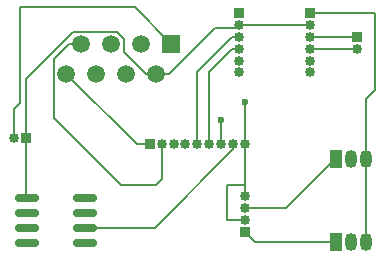
<source format=gbr>
%TF.GenerationSoftware,KiCad,Pcbnew,8.0.7*%
%TF.CreationDate,2025-01-04T17:01:37+01:00*%
%TF.ProjectId,btrail-powerboard,62747261-696c-42d7-906f-776572626f61,rev?*%
%TF.SameCoordinates,Original*%
%TF.FileFunction,Copper,L1,Top*%
%TF.FilePolarity,Positive*%
%FSLAX46Y46*%
G04 Gerber Fmt 4.6, Leading zero omitted, Abs format (unit mm)*
G04 Created by KiCad (PCBNEW 8.0.7) date 2025-01-04 17:01:37*
%MOMM*%
%LPD*%
G01*
G04 APERTURE LIST*
G04 Aperture macros list*
%AMRoundRect*
0 Rectangle with rounded corners*
0 $1 Rounding radius*
0 $2 $3 $4 $5 $6 $7 $8 $9 X,Y pos of 4 corners*
0 Add a 4 corners polygon primitive as box body*
4,1,4,$2,$3,$4,$5,$6,$7,$8,$9,$2,$3,0*
0 Add four circle primitives for the rounded corners*
1,1,$1+$1,$2,$3*
1,1,$1+$1,$4,$5*
1,1,$1+$1,$6,$7*
1,1,$1+$1,$8,$9*
0 Add four rect primitives between the rounded corners*
20,1,$1+$1,$2,$3,$4,$5,0*
20,1,$1+$1,$4,$5,$6,$7,0*
20,1,$1+$1,$6,$7,$8,$9,0*
20,1,$1+$1,$8,$9,$2,$3,0*%
G04 Aperture macros list end*
%TA.AperFunction,SMDPad,CuDef*%
%ADD10RoundRect,0.150000X0.825000X0.150000X-0.825000X0.150000X-0.825000X-0.150000X0.825000X-0.150000X0*%
%TD*%
%TA.AperFunction,ComponentPad*%
%ADD11R,1.050000X1.500000*%
%TD*%
%TA.AperFunction,ComponentPad*%
%ADD12O,1.050000X1.500000*%
%TD*%
%TA.AperFunction,ComponentPad*%
%ADD13O,0.850000X0.850000*%
%TD*%
%TA.AperFunction,ComponentPad*%
%ADD14R,0.850000X0.850000*%
%TD*%
%TA.AperFunction,ComponentPad*%
%ADD15R,1.500000X1.500000*%
%TD*%
%TA.AperFunction,ComponentPad*%
%ADD16C,1.500000*%
%TD*%
%TA.AperFunction,ViaPad*%
%ADD17C,0.600000*%
%TD*%
%TA.AperFunction,Conductor*%
%ADD18C,0.200000*%
%TD*%
G04 APERTURE END LIST*
D10*
%TO.P,U2,8,GND*%
%TO.N,Net-(DRV_left1-Pin_2)*%
X194025000Y-47405000D03*
%TO.P,U2,7,GND*%
X194025000Y-46135000D03*
%TO.P,U2,6,GND*%
X194025000Y-44865000D03*
%TO.P,U2,5,GND*%
X194025000Y-43595000D03*
%TO.P,U2,4,~{EN}*%
%TO.N,unconnected-(U2-~{EN}-Pad4)*%
X198975000Y-43595000D03*
%TO.P,U2,3,FB*%
%TO.N,unconnected-(U2-FB-Pad3)*%
X198975000Y-44865000D03*
%TO.P,U2,2,OUT*%
%TO.N,Net-(ESP32_jack1-Pin_8)*%
X198975000Y-46135000D03*
%TO.P,U2,1,VIN*%
%TO.N,unconnected-(U2-VIN-Pad1)*%
X198975000Y-47405000D03*
%TD*%
D11*
%TO.P,Q2,1,C*%
%TO.N,Net-(LED1_LED2-Pin_1)*%
X220230000Y-47360000D03*
D12*
%TO.P,Q2,2,B*%
%TO.N,Net-(ESP32_jack1-Pin_3)*%
X221500000Y-47360000D03*
%TO.P,Q2,3,E*%
%TO.N,Net-(DRV_right1-Pin_1)*%
X222770000Y-47360000D03*
%TD*%
D11*
%TO.P,Q1,1,C*%
%TO.N,Net-(LED1_LED2-Pin_3)*%
X220230000Y-40360000D03*
D12*
%TO.P,Q1,2,B*%
%TO.N,Net-(ESP32_jack1-Pin_4)*%
X221500000Y-40360000D03*
%TO.P,Q1,3,E*%
%TO.N,Net-(DRV_right1-Pin_1)*%
X222770000Y-40360000D03*
%TD*%
D13*
%TO.P,PWR,2,Pin_2*%
%TO.N,Net-(DRV_right1-Pin_1)*%
X192975000Y-38595000D03*
D14*
%TO.P,PWR,1,Pin_1*%
%TO.N,Net-(DRV_left1-Pin_2)*%
X193975000Y-38595000D03*
%TD*%
%TO.P,Motor,1,Pin_1*%
%TO.N,Net-(DRV_right1-Pin_3)*%
X222000000Y-30000000D03*
D13*
%TO.P,Motor,2,Pin_2*%
%TO.N,Net-(DRV_right1-Pin_4)*%
X222000000Y-31000000D03*
%TD*%
%TO.P,LEDs,4,Pin_4*%
%TO.N,Net-(DRV_left1-Pin_2)*%
X212500000Y-43500000D03*
%TO.P,LEDs,3,Pin_3*%
%TO.N,Net-(LED1_LED2-Pin_3)*%
X212500000Y-44500000D03*
%TO.P,LEDs,2,Pin_2*%
%TO.N,Net-(DRV_left1-Pin_2)*%
X212500000Y-45500000D03*
D14*
%TO.P,LEDs,1,Pin_1*%
%TO.N,Net-(LED1_LED2-Pin_1)*%
X212500000Y-46500000D03*
%TD*%
D15*
%TO.P,J1,1*%
%TO.N,Net-(DRV_right1-Pin_1)*%
X206282500Y-30600000D03*
D16*
%TO.P,J1,2*%
%TO.N,Net-(DRV_left1-Pin_2)*%
X205012500Y-33140000D03*
%TO.P,J1,3*%
%TO.N,unconnected-(J1-Pad3)*%
X203742500Y-30600000D03*
%TO.P,J1,4*%
%TO.N,unconnected-(J1-Pad4)*%
X202472500Y-33140000D03*
%TO.P,J1,5*%
%TO.N,unconnected-(J1-Pad5)*%
X201202500Y-30600000D03*
%TO.P,J1,6*%
%TO.N,Net-(ESP32_jack1-Pin_7)*%
X199932500Y-33140000D03*
%TO.P,J1,7*%
%TO.N,Net-(ESP32_jack1-Pin_2)*%
X198662500Y-30600000D03*
%TO.P,J1,8*%
%TO.N,Net-(ESP32_jack1-Pin_1)*%
X197392500Y-33140000D03*
%TD*%
D13*
%TO.P,ESP32_jack1,9,Pin_9*%
%TO.N,Net-(DRV_left1-Pin_2)*%
X212475000Y-39095000D03*
%TO.P,ESP32_jack1,8,Pin_8*%
%TO.N,Net-(ESP32_jack1-Pin_8)*%
X211475000Y-39095000D03*
%TO.P,ESP32_jack1,7,Pin_7*%
%TO.N,Net-(ESP32_jack1-Pin_7)*%
X210475000Y-39095000D03*
%TO.P,ESP32_jack1,6,Pin_6*%
%TO.N,Net-(DRV_left1-Pin_4)*%
X209475000Y-39095000D03*
%TO.P,ESP32_jack1,5,Pin_5*%
%TO.N,Net-(DRV_left1-Pin_3)*%
X208475000Y-39095000D03*
%TO.P,ESP32_jack1,4,Pin_4*%
%TO.N,Net-(ESP32_jack1-Pin_4)*%
X207475000Y-39095000D03*
%TO.P,ESP32_jack1,3,Pin_3*%
%TO.N,Net-(ESP32_jack1-Pin_3)*%
X206475000Y-39095000D03*
%TO.P,ESP32_jack1,2,Pin_2*%
%TO.N,Net-(ESP32_jack1-Pin_2)*%
X205475000Y-39095000D03*
D14*
%TO.P,ESP32_jack1,1,Pin_1*%
%TO.N,Net-(ESP32_jack1-Pin_1)*%
X204475000Y-39095000D03*
%TD*%
%TO.P,DRV_r,1,Pin_1*%
%TO.N,Net-(DRV_right1-Pin_1)*%
X218000000Y-28000000D03*
D13*
%TO.P,DRV_r,2,Pin_2*%
%TO.N,Net-(DRV_left1-Pin_2)*%
X218000000Y-29000000D03*
%TO.P,DRV_r,3,Pin_3*%
%TO.N,Net-(DRV_right1-Pin_3)*%
X218000000Y-30000000D03*
%TO.P,DRV_r,4,Pin_4*%
%TO.N,Net-(DRV_right1-Pin_4)*%
X218000000Y-31000000D03*
%TO.P,DRV_r,5,Pin_5*%
%TO.N,unconnected-(DRV_right1-Pin_5-Pad5)*%
X218000000Y-32000000D03*
%TO.P,DRV_r,6,Pin_6*%
%TO.N,unconnected-(DRV_right1-Pin_6-Pad6)*%
X218000000Y-33000000D03*
%TD*%
D14*
%TO.P,DRV_l,1,Pin_1*%
%TO.N,unconnected-(DRV_left1-Pin_1-Pad1)*%
X212000000Y-28000000D03*
D13*
%TO.P,DRV_l,2,Pin_2*%
%TO.N,Net-(DRV_left1-Pin_2)*%
X212000000Y-29000000D03*
%TO.P,DRV_l,3,Pin_3*%
%TO.N,Net-(DRV_left1-Pin_3)*%
X212000000Y-30000000D03*
%TO.P,DRV_l,4,Pin_4*%
%TO.N,Net-(DRV_left1-Pin_4)*%
X212000000Y-31000000D03*
%TO.P,DRV_l,5,Pin_5*%
%TO.N,unconnected-(DRV_left1-Pin_5-Pad5)*%
X212000000Y-32000000D03*
%TO.P,DRV_l,6,Pin_6*%
%TO.N,unconnected-(DRV_left1-Pin_6-Pad6)*%
X212000000Y-33000000D03*
%TD*%
D17*
%TO.N,Net-(DRV_left1-Pin_2)*%
X212500000Y-35500000D03*
%TO.N,Net-(ESP32_jack1-Pin_7)*%
X210500000Y-37000000D03*
%TD*%
D18*
%TO.N,Net-(DRV_right1-Pin_1)*%
X223500000Y-28000000D02*
X218000000Y-28000000D01*
X223500000Y-34500000D02*
X223500000Y-28000000D01*
X222770000Y-35230000D02*
X223500000Y-34500000D01*
X222770000Y-40360000D02*
X222770000Y-35230000D01*
%TO.N,Net-(DRV_right1-Pin_4)*%
X222000000Y-31000000D02*
X218000000Y-31000000D01*
%TO.N,Net-(DRV_right1-Pin_3)*%
X218000000Y-30000000D02*
X222000000Y-30000000D01*
%TO.N,Net-(DRV_left1-Pin_2)*%
X212000000Y-29000000D02*
X218000000Y-29000000D01*
X212500000Y-35500000D02*
X212475000Y-35525000D01*
X212475000Y-39095000D02*
X212475000Y-35525000D01*
X211000000Y-42500000D02*
X212475000Y-42500000D01*
X212475000Y-39095000D02*
X212475000Y-42500000D01*
X211000000Y-45500000D02*
X211000000Y-42500000D01*
X212475000Y-42500000D02*
X212475000Y-43475000D01*
X212500000Y-45500000D02*
X211000000Y-45500000D01*
X212475000Y-43475000D02*
X212500000Y-43500000D01*
X193975000Y-33525000D02*
X193975000Y-38595000D01*
X201637425Y-29550000D02*
X197950000Y-29550000D01*
X202252500Y-31252499D02*
X202252500Y-30165075D01*
X197950000Y-29550000D02*
X193975000Y-33525000D01*
X205012500Y-33140000D02*
X204140001Y-33140000D01*
X204140001Y-33140000D02*
X202252500Y-31252499D01*
X202252500Y-30165075D02*
X201637425Y-29550000D01*
%TO.N,Net-(ESP32_jack1-Pin_7)*%
X210475000Y-37025000D02*
X210500000Y-37000000D01*
X210475000Y-39095000D02*
X210475000Y-37025000D01*
%TO.N,Net-(ESP32_jack1-Pin_1)*%
X203347500Y-39095000D02*
X197392500Y-33140000D01*
X204475000Y-39095000D02*
X203347500Y-39095000D01*
%TO.N,Net-(ESP32_jack1-Pin_2)*%
X205475000Y-41475000D02*
X205475000Y-39095000D01*
X205500000Y-41500000D02*
X205475000Y-41475000D01*
X202000000Y-42500000D02*
X205000000Y-42500000D01*
X196342500Y-36842500D02*
X202000000Y-42500000D01*
X205000000Y-42500000D02*
X205500000Y-42000000D01*
X196342500Y-31859340D02*
X196342500Y-36842500D01*
X197601840Y-30600000D02*
X196342500Y-31859340D01*
X205500000Y-42000000D02*
X205500000Y-41500000D01*
X198662500Y-30600000D02*
X197601840Y-30600000D01*
%TO.N,Net-(DRV_right1-Pin_1)*%
X193500000Y-27500000D02*
X203182500Y-27500000D01*
X193500000Y-35547575D02*
X193500000Y-27500000D01*
X192975000Y-36072575D02*
X193500000Y-35547575D01*
X192975000Y-38595000D02*
X192975000Y-36072575D01*
X203182500Y-27500000D02*
X206282500Y-30600000D01*
%TO.N,Net-(DRV_left1-Pin_2)*%
X193975000Y-43545000D02*
X194025000Y-43595000D01*
X193975000Y-38595000D02*
X193975000Y-43545000D01*
X206073160Y-33140000D02*
X205012500Y-33140000D01*
X209938160Y-29275000D02*
X206073160Y-33140000D01*
X211725000Y-29275000D02*
X209938160Y-29275000D01*
X212000000Y-29000000D02*
X211725000Y-29275000D01*
%TO.N,Net-(DRV_left1-Pin_4)*%
X209475000Y-32923960D02*
X209475000Y-39095000D01*
X211398960Y-31000000D02*
X209475000Y-32923960D01*
X212000000Y-31000000D02*
X211398960Y-31000000D01*
%TO.N,Net-(DRV_left1-Pin_3)*%
X208475000Y-32923960D02*
X208475000Y-39095000D01*
X211398960Y-30000000D02*
X208475000Y-32923960D01*
X212000000Y-30000000D02*
X211398960Y-30000000D01*
%TO.N,Net-(LED1_LED2-Pin_3)*%
X216000000Y-44500000D02*
X212500000Y-44500000D01*
X220140000Y-40360000D02*
X216000000Y-44500000D01*
X220230000Y-40360000D02*
X220140000Y-40360000D01*
%TO.N,Net-(DRV_right1-Pin_1)*%
X222770000Y-47360000D02*
X222770000Y-40360000D01*
%TO.N,Net-(LED1_LED2-Pin_1)*%
X213360000Y-47360000D02*
X212500000Y-46500000D01*
X220230000Y-47360000D02*
X213360000Y-47360000D01*
%TO.N,Net-(ESP32_jack1-Pin_8)*%
X211475000Y-39525000D02*
X211475000Y-39095000D01*
X204865000Y-46135000D02*
X211475000Y-39525000D01*
X198975000Y-46135000D02*
X204865000Y-46135000D01*
%TD*%
M02*

</source>
